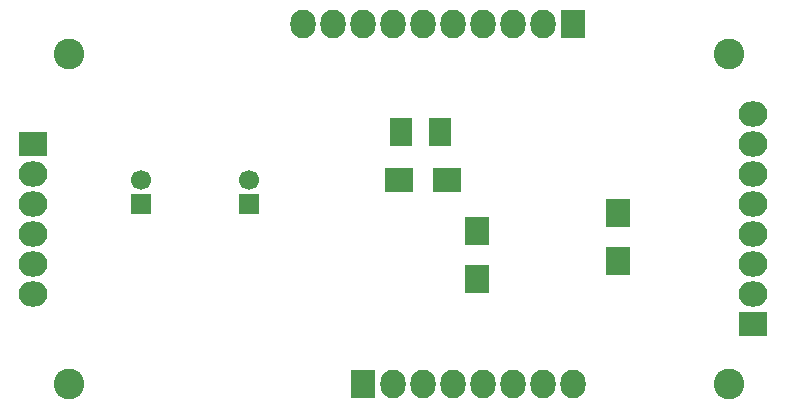
<source format=gbr>
G04 #@! TF.FileFunction,Soldermask,Bot*
%FSLAX46Y46*%
G04 Gerber Fmt 4.6, Leading zero omitted, Abs format (unit mm)*
G04 Created by KiCad (PCBNEW 4.0.1-stable) date 9/12/2016 12:56:57 PM*
%MOMM*%
G01*
G04 APERTURE LIST*
%ADD10C,0.100000*%
%ADD11R,1.700000X1.700000*%
%ADD12C,1.700000*%
%ADD13R,2.000000X2.400000*%
%ADD14R,1.924000X2.432000*%
%ADD15R,2.432000X2.127200*%
%ADD16O,2.432000X2.127200*%
%ADD17R,2.127200X2.432000*%
%ADD18O,2.127200X2.432000*%
%ADD19R,2.400000X2.100000*%
%ADD20C,2.600000*%
G04 APERTURE END LIST*
D10*
D11*
X155956000Y-60960000D03*
D12*
X155956000Y-58960000D03*
D11*
X165100000Y-60960000D03*
D12*
X165100000Y-58960000D03*
D13*
X196342000Y-65754000D03*
X196342000Y-61754000D03*
X184404000Y-63278000D03*
X184404000Y-67278000D03*
D14*
X177927000Y-54864000D03*
X181229000Y-54864000D03*
D15*
X146812000Y-55880000D03*
D16*
X146812000Y-58420000D03*
X146812000Y-60960000D03*
X146812000Y-63500000D03*
X146812000Y-66040000D03*
X146812000Y-68580000D03*
D17*
X174752000Y-76200000D03*
D18*
X177292000Y-76200000D03*
X179832000Y-76200000D03*
X182372000Y-76200000D03*
X184912000Y-76200000D03*
X187452000Y-76200000D03*
X189992000Y-76200000D03*
X192532000Y-76200000D03*
D19*
X177832000Y-58928000D03*
X181832000Y-58928000D03*
D17*
X192532000Y-45720000D03*
D18*
X189992000Y-45720000D03*
X187452000Y-45720000D03*
X184912000Y-45720000D03*
X182372000Y-45720000D03*
X179832000Y-45720000D03*
X177292000Y-45720000D03*
X174752000Y-45720000D03*
X172212000Y-45720000D03*
X169672000Y-45720000D03*
D15*
X207772000Y-71120000D03*
D16*
X207772000Y-68580000D03*
X207772000Y-66040000D03*
X207772000Y-63500000D03*
X207772000Y-60960000D03*
X207772000Y-58420000D03*
X207772000Y-55880000D03*
X207772000Y-53340000D03*
D20*
X149860000Y-76200000D03*
X149860000Y-48260000D03*
X205740000Y-48260000D03*
X205740000Y-76200000D03*
M02*

</source>
